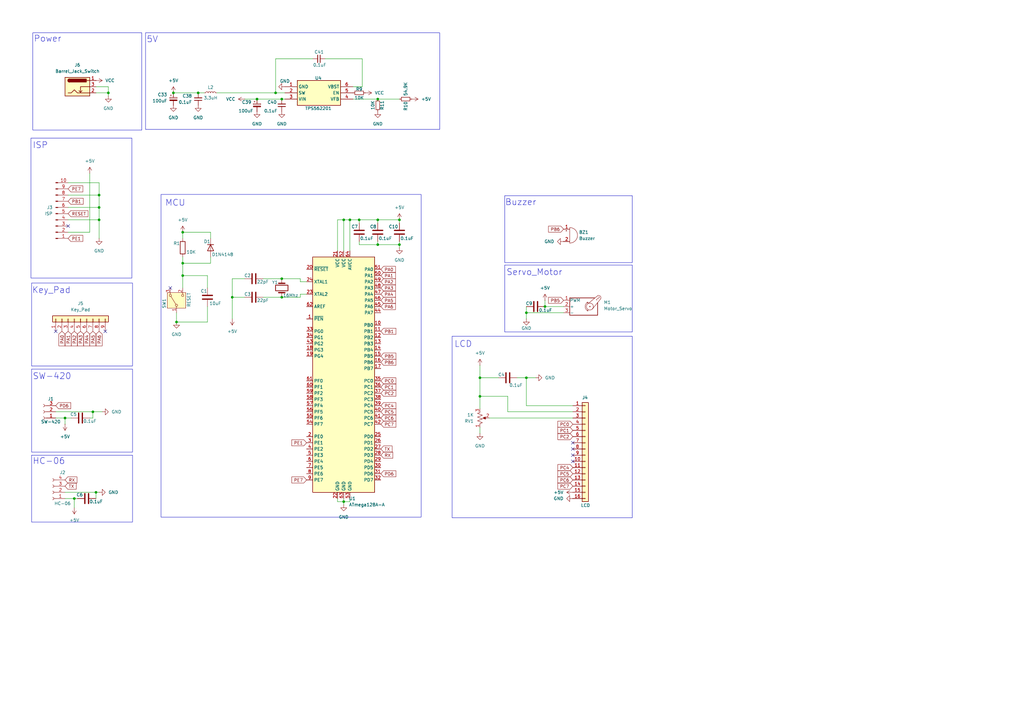
<source format=kicad_sch>
(kicad_sch (version 20250114) (generator "eeschema") (generator_version "9.0")
  (paper "A3")
  (lib_symbols
    (symbol "Connector:Barrel_Jack_Switch" (pin_names (hide yes))
      (property "Reference" "J" (at 0 5.334 0))
      (property "Value" "Barrel_Jack_Switch" (at 0 -5.08 0))
      (symbol "Barrel_Jack_Switch_1_1"
        (pin passive line (at 7.62 2.54 180) (length 2.54) (name "~") (number "1"))
        (pin passive line (at 7.62 0 180) (length 2.54) (name "~") (number "3"))
        (pin passive line (at 7.62 -2.54 180) (length 2.54) (name "~") (number "2"))
      )
    )
    (symbol "Connector:Conn_01x03_Socket" (pin_names (offset 1.016) (hide yes))
      (property "Reference" "J" (at 0 5.08 0))
      (property "Value" "Conn_01x03_Socket" (at 0 -5.08 0))
      (symbol "Conn_01x03_Socket_1_1"
        (pin passive line (at -5.08 2.54 0) (length 3.81) (name "Pin_1") (number "1"))
        (pin passive line (at -5.08 0 0) (length 3.81) (name "Pin_2") (number "2"))
        (pin passive line (at -5.08 -2.54 0) (length 3.81) (name "Pin_3") (number "3"))
      )
    )
    (symbol "Connector:Conn_01x04_Socket" (pin_names (offset 1.016) (hide yes))
      (property "Reference" "J" (at 0 5.08 0))
      (property "Value" "Conn_01x04_Socket" (at 0 -7.62 0))
      (symbol "Conn_01x04_Socket_1_1"
        (pin passive line (at -5.08 2.54 0) (length 3.81) (name "Pin_1") (number "1"))
        (pin passive line (at -5.08 0 0) (length 3.81) (name "Pin_2") (number "2"))
        (pin passive line (at -5.08 -2.54 0) (length 3.81) (name "Pin_3") (number "3"))
        (pin passive line (at -5.08 -5.08 0) (length 3.81) (name "Pin_4") (number "4"))
      )
    )
    (symbol "Connector:Conn_01x10_Pin" (pin_names (offset 1.016) (hide yes))
      (property "Reference" "J" (at 0 12.7 0))
      (property "Value" "Conn_01x10_Pin" (at 0 -15.24 0))
      (symbol "Conn_01x10_Pin_1_1"
        (pin passive line (at 5.08 10.16 180) (length 3.81) (name "Pin_1") (number "1"))
        (pin passive line (at 5.08 7.62 180) (length 3.81) (name "Pin_2") (number "2"))
        (pin passive line (at 5.08 5.08 180) (length 3.81) (name "Pin_3") (number "3"))
        (pin passive line (at 5.08 2.54 180) (length 3.81) (name "Pin_4") (number "4"))
        (pin passive line (at 5.08 0 180) (length 3.81) (name "Pin_5") (number "5"))
        (pin passive line (at 5.08 -2.54 180) (length 3.81) (name "Pin_6") (number "6"))
        (pin passive line (at 5.08 -5.08 180) (length 3.81) (name "Pin_7") (number "7"))
        (pin passive line (at 5.08 -7.62 180) (length 3.81) (name "Pin_8") (number "8"))
        (pin passive line (at 5.08 -10.16 180) (length 3.81) (name "Pin_9") (number "9"))
        (pin passive line (at 5.08 -12.7 180) (length 3.81) (name "Pin_10") (number "10"))
      )
    )
    (symbol "Connector_Generic:Conn_01x09" (pin_names (offset 1.016) (hide yes))
      (property "Reference" "J" (at 0 12.7 0))
      (property "Value" "Conn_01x09" (at 0 -12.7 0))
      (symbol "Conn_01x09_1_1"
        (pin passive line (at -5.08 10.16 0) (length 3.81) (name "Pin_1") (number "1"))
        (pin passive line (at -5.08 7.62 0) (length 3.81) (name "Pin_2") (number "2"))
        (pin passive line (at -5.08 5.08 0) (length 3.81) (name "Pin_3") (number "3"))
        (pin passive line (at -5.08 2.54 0) (length 3.81) (name "Pin_4") (number "4"))
        (pin passive line (at -5.08 0 0) (length 3.81) (name "Pin_5") (number "5"))
        (pin passive line (at -5.08 -2.54 0) (length 3.81) (name "Pin_6") (number "6"))
        (pin passive line (at -5.08 -5.08 0) (length 3.81) (name "Pin_7") (number "7"))
        (pin passive line (at -5.08 -7.62 0) (length 3.81) (name "Pin_8") (number "8"))
        (pin passive line (at -5.08 -10.16 0) (length 3.81) (name "Pin_9") (number "9"))
      )
    )
    (symbol "Connector_Generic:Conn_01x16" (pin_names (offset 1.016) (hide yes))
      (property "Reference" "J" (at 0 20.32 0))
      (property "Value" "Conn_01x16" (at 0 -22.86 0))
      (symbol "Conn_01x16_1_1"
        (pin passive line (at -5.08 17.78 0) (length 3.81) (name "Pin_1") (number "1"))
        (pin passive line (at -5.08 15.24 0) (length 3.81) (name "Pin_2") (number "2"))
        (pin passive line (at -5.08 12.7 0) (length 3.81) (name "Pin_3") (number "3"))
        (pin passive line (at -5.08 10.16 0) (length 3.81) (name "Pin_4") (number "4"))
        (pin passive line (at -5.08 7.62 0) (length 3.81) (name "Pin_5") (number "5"))
        (pin passive line (at -5.08 5.08 0) (length 3.81) (name "Pin_6") (number "6"))
        (pin passive line (at -5.08 2.54 0) (length 3.81) (name "Pin_7") (number "7"))
        (pin passive line (at -5.08 0 0) (length 3.81) (name "Pin_8") (number "8"))
        (pin passive line (at -5.08 -2.54 0) (length 3.81) (name "Pin_9") (number "9"))
        (pin passive line (at -5.08 -5.08 0) (length 3.81) (name "Pin_10") (number "10"))
        (pin passive line (at -5.08 -7.62 0) (length 3.81) (name "Pin_11") (number "11"))
        (pin passive line (at -5.08 -10.16 0) (length 3.81) (name "Pin_12") (number "12"))
        (pin passive line (at -5.08 -12.7 0) (length 3.81) (name "Pin_13") (number "13"))
        (pin passive line (at -5.08 -15.24 0) (length 3.81) (name "Pin_14") (number "14"))
        (pin passive line (at -5.08 -17.78 0) (length 3.81) (name "Pin_15") (number "15"))
        (pin passive line (at -5.08 -20.32 0) (length 3.81) (name "Pin_16") (number "16"))
      )
    )
    (symbol "Device:Buzzer" (pin_names (offset 0.0254) (hide yes))
      (property "Reference" "BZ" (at 3.81 1.27 0))
      (property "Value" "Buzzer" (at 3.81 -1.27 0))
      (symbol "Buzzer_1_1"
        (pin passive line (at -2.54 2.54 0) (length 2.54) (name "+") (number "1"))
        (pin passive line (at -2.54 -2.54 0) (length 2.54) (name "-") (number "2"))
      )
    )
    (symbol "Device:C" (pin_numbers (hide yes)) (pin_names (offset 0.254))
      (property "Reference" "C" (at 0.635 2.54 0))
      (property "Value" "C" (at 0.635 -2.54 0))
      (symbol "C_1_1"
        (pin passive line (at 0 3.81 270) (length 2.794) (name "~") (number "1"))
        (pin passive line (at 0 -3.81 90) (length 2.794) (name "~") (number "2"))
      )
    )
    (symbol "Device:C_Polarized_Small" (pin_numbers (hide yes)) (pin_names (offset 0.254) (hide yes))
      (property "Reference" "C" (at 0.254 1.778 0))
      (property "Value" "C_Polarized_Small" (at 0.254 -2.032 0))
      (symbol "C_Polarized_Small_1_1"
        (pin passive line (at 0 2.54 270) (length 1.8542) (name "~") (number "1"))
        (pin passive line (at 0 -2.54 90) (length 1.8542) (name "~") (number "2"))
      )
    )
    (symbol "Device:C_Small" (pin_numbers (hide yes)) (pin_names (offset 0.254) (hide yes))
      (property "Reference" "C" (at 0.254 1.778 0))
      (property "Value" "C_Small" (at 0.254 -2.032 0))
      (symbol "C_Small_1_1"
        (pin passive line (at 0 2.54 270) (length 2.032) (name "~") (number "1"))
        (pin passive line (at 0 -2.54 90) (length 2.032) (name "~") (number "2"))
      )
    )
    (symbol "Device:Crystal" (pin_numbers (hide yes)) (pin_names (offset 1.016) (hide yes))
      (property "Reference" "Y" (at 0 3.81 0))
      (property "Value" "Crystal" (at 0 -3.81 0))
      (symbol "Crystal_1_1"
        (pin passive line (at -3.81 0 0) (length 1.27) (name "1") (number "1"))
        (pin passive line (at 3.81 0 180) (length 1.27) (name "2") (number "2"))
      )
    )
    (symbol "Device:D" (pin_numbers (hide yes)) (pin_names (offset 1.016) (hide yes))
      (property "Reference" "D" (at 0 2.54 0))
      (property "Value" "D" (at 0 -2.54 0))
      (symbol "D_1_1"
        (pin passive line (at -3.81 0 0) (length 2.54) (name "K") (number "1"))
        (pin passive line (at 3.81 0 180) (length 2.54) (name "A") (number "2"))
      )
    )
    (symbol "Device:L_Small" (pin_numbers (hide yes)) (pin_names (offset 0.254) (hide yes))
      (property "Reference" "L" (at 0.762 1.016 0))
      (property "Value" "L_Small" (at 0.762 -1.016 0))
      (symbol "L_Small_1_1"
        (pin passive line (at 0 2.54 270) (length 0.508) (name "~") (number "1"))
        (pin passive line (at 0 -2.54 90) (length 0.508) (name "~") (number "2"))
      )
    )
    (symbol "Device:R" (pin_numbers (hide yes)) (pin_names (offset 0))
      (property "Reference" "R" (at 2.032 0 90))
      (property "Value" "R" (at 0 0 90))
      (symbol "R_1_1"
        (pin passive line (at 0 3.81 270) (length 1.27) (name "~") (number "1"))
        (pin passive line (at 0 -3.81 90) (length 1.27) (name "~") (number "2"))
      )
    )
    (symbol "Device:R_Potentiometer_US" (pin_names (offset 1.016) (hide yes))
      (property "Reference" "RV" (at -4.445 0 90))
      (property "Value" "R_Potentiometer_US" (at -2.54 0 90))
      (symbol "R_Potentiometer_US_1_1"
        (pin passive line (at 0 3.81 270) (length 1.27) (name "1") (number "1"))
        (pin passive line (at 0 -3.81 90) (length 1.27) (name "3") (number "3"))
        (pin passive line (at 3.81 0 180) (length 1.27) (name "2") (number "2"))
      )
    )
    (symbol "Device:R_Small" (pin_numbers (hide yes)) (pin_names (offset 0.254) (hide yes))
      (property "Reference" "R" (at 0.762 0.508 0))
      (property "Value" "R_Small" (at 0.762 -1.016 0))
      (symbol "R_Small_1_1"
        (pin passive line (at 0 2.54 270) (length 0.762) (name "~") (number "1"))
        (pin passive line (at 0 -2.54 90) (length 0.762) (name "~") (number "2"))
      )
    )
    (symbol "MCU_Microchip_ATmega:ATmega128A-A"
      (property "Reference" "U1" (at 2.1433 -50.8 0))
      (property "Value" "ATmega128A-A" (at 2.1433 -53.34 0))
      (symbol "ATmega128A-A_1_1"
        (pin input line (at -15.24 43.18 0) (length 2.54) (name "~{RESET}") (number "20"))
        (pin input line (at -15.24 38.1 0) (length 2.54) (name "XTAL1") (number "24"))
        (pin output line (at -15.24 33.02 0) (length 2.54) (name "XTAL2") (number "23"))
        (pin passive line (at -15.24 27.94 0) (length 2.54) (name "AREF") (number "62"))
        (pin input line (at -15.24 22.86 0) (length 2.54) (name "~{PEN}") (number "1"))
        (pin bidirectional line (at -15.24 17.78 0) (length 2.54) (name "PG0") (number "33"))
        (pin bidirectional line (at -15.24 15.24 0) (length 2.54) (name "PG1") (number "34"))
        (pin bidirectional line (at -15.24 12.7 0) (length 2.54) (name "PG2") (number "43"))
        (pin bidirectional line (at -15.24 10.16 0) (length 2.54) (name "PG3") (number "18"))
        (pin bidirectional line (at -15.24 7.62 0) (length 2.54) (name "PG4") (number "19"))
        (pin bidirectional line (at -15.24 -2.54 0) (length 2.54) (name "PF0") (number "61"))
        (pin bidirectional line (at -15.24 -5.08 0) (length 2.54) (name "PF1") (number "60"))
        (pin bidirectional line (at -15.24 -7.62 0) (length 2.54) (name "PF2") (number "59"))
        (pin bidirectional line (at -15.24 -10.16 0) (length 2.54) (name "PF3") (number "58"))
        (pin bidirectional line (at -15.24 -12.7 0) (length 2.54) (name "PF4") (number "57"))
        (pin bidirectional line (at -15.24 -15.24 0) (length 2.54) (name "PF5") (number "56"))
        (pin bidirectional line (at -15.24 -17.78 0) (length 2.54) (name "PF6") (number "55"))
        (pin bidirectional line (at -15.24 -20.32 0) (length 2.54) (name "PF7") (number "54"))
        (pin bidirectional line (at -15.24 -25.4 0) (length 2.54) (name "PE0") (number "2"))
        (pin bidirectional line (at -15.24 -27.94 0) (length 2.54) (name "PE1") (number "3"))
        (pin bidirectional line (at -15.24 -30.48 0) (length 2.54) (name "PE2") (number "4"))
        (pin bidirectional line (at -15.24 -33.02 0) (length 2.54) (name "PE3") (number "5"))
        (pin bidirectional line (at -15.24 -35.56 0) (length 2.54) (name "PE4") (number "6"))
        (pin bidirectional line (at -15.24 -38.1 0) (length 2.54) (name "PE5") (number "7"))
        (pin bidirectional line (at -15.24 -40.64 0) (length 2.54) (name "PE6") (number "8"))
        (pin bidirectional line (at -15.24 -43.18 0) (length 2.54) (name "PE7") (number "9"))
        (pin power_in line (at -2.54 50.8 270) (length 2.54) (name "VCC") (number "21"))
        (pin power_in line (at -2.54 -50.8 90) (length 2.54) (name "GND") (number "22"))
        (pin power_in line (at 0 50.8 270) (length 2.54) (name "VCC") (number "52"))
        (pin power_in line (at 0 -50.8 90) (length 2.54) (name "GND") (number "63"))
        (pin power_in line (at 2.54 50.8 270) (length 2.54) (name "AVCC") (number "64"))
        (pin power_in line (at 2.54 -50.8 90) (length 2.54) (name "GND") (number "53"))
        (pin bidirectional line (at 15.24 43.18 180) (length 2.54) (name "PA0") (number "51"))
        (pin bidirectional line (at 15.24 40.64 180) (length 2.54) (name "PA1") (number "50"))
        (pin bidirectional line (at 15.24 38.1 180) (length 2.54) (name "PA2") (number "49"))
        (pin bidirectional line (at 15.24 35.56 180) (length 2.54) (name "PA3") (number "48"))
        (pin bidirectional line (at 15.24 33.02 180) (length 2.54) (name "PA4") (number "47"))
        (pin bidirectional line (at 15.24 30.48 180) (length 2.54) (name "PA5") (number "46"))
        (pin bidirectional line (at 15.24 27.94 180) (length 2.54) (name "PA6") (number "45"))
        (pin bidirectional line (at 15.24 25.4 180) (length 2.54) (name "PA7") (number "44"))
        (pin bidirectional line (at 15.24 20.32 180) (length 2.54) (name "PB0") (number "10"))
        (pin bidirectional line (at 15.24 17.78 180) (length 2.54) (name "PB1") (number "11"))
        (pin bidirectional line (at 15.24 15.24 180) (length 2.54) (name "PB2") (number "12"))
        (pin bidirectional line (at 15.24 12.7 180) (length 2.54) (name "PB3") (number "13"))
        (pin bidirectional line (at 15.24 10.16 180) (length 2.54) (name "PB4") (number "14"))
        (pin bidirectional line (at 15.24 7.62 180) (length 2.54) (name "PB5") (number "15"))
        (pin bidirectional line (at 15.24 5.08 180) (length 2.54) (name "PB6") (number "16"))
        (pin bidirectional line (at 15.24 2.54 180) (length 2.54) (name "PB7") (number "17"))
        (pin bidirectional line (at 15.24 -2.54 180) (length 2.54) (name "PC0") (number "35"))
        (pin bidirectional line (at 15.24 -5.08 180) (length 2.54) (name "PC1") (number "36"))
        (pin bidirectional line (at 15.24 -7.62 180) (length 2.54) (name "PC2") (number "37"))
        (pin bidirectional line (at 15.24 -10.16 180) (length 2.54) (name "PC3") (number "38"))
        (pin bidirectional line (at 15.24 -12.7 180) (length 2.54) (name "PC4") (number "39"))
        (pin bidirectional line (at 15.24 -15.24 180) (length 2.54) (name "PC5") (number "40"))
        (pin bidirectional line (at 15.24 -17.78 180) (length 2.54) (name "PC6") (number "41"))
        (pin bidirectional line (at 15.24 -20.32 180) (length 2.54) (name "PC7") (number "42"))
        (pin bidirectional line (at 15.24 -25.4 180) (length 2.54) (name "PD0") (number "25"))
        (pin bidirectional line (at 15.24 -27.94 180) (length 2.54) (name "PD1") (number "26"))
        (pin bidirectional line (at 15.24 -30.48 180) (length 2.54) (name "PD2") (number "27"))
        (pin bidirectional line (at 15.24 -33.02 180) (length 2.54) (name "PD3") (number "28"))
        (pin bidirectional line (at 15.24 -35.56 180) (length 2.54) (name "PD4") (number "29"))
        (pin bidirectional line (at 15.24 -38.1 180) (length 2.54) (name "PD5") (number "30"))
        (pin bidirectional line (at 15.24 -40.64 180) (length 2.54) (name "PD6") (number "31"))
        (pin bidirectional line (at 15.24 -43.18 180) (length 2.54) (name "PD7") (number "32"))
      )
    )
    (symbol "Motor:Motor_Servo" (pin_names (offset 0.0254))
      (property "Reference" "M" (at -5.08 4.445 0))
      (property "Value" "Motor_Servo" (at -5.08 -4.064 0))
      (symbol "Motor_Servo_1_1"
        (pin passive line (at -7.62 2.54 0) (length 2.54) (name "PWM") (number "1"))
        (pin passive line (at -7.62 0 0) (length 2.54) (name "+") (number "2"))
        (pin passive line (at -7.62 -2.54 0) (length 2.54) (name "-") (number "3"))
      )
    )
    (symbol "Switch:SW_SPDT_312" (pin_names (offset 1) (hide yes))
      (property "Reference" "SW" (at 0 5.08 0))
      (property "Value" "SW_SPDT_312" (at 0 -5.08 0))
      (symbol "SW_SPDT_312_1_1"
        (pin passive line (at -5.08 0 0) (length 2.54) (name "B") (number "1"))
        (pin passive line (at 5.08 2.54 180) (length 2.54) (name "A") (number "3"))
        (pin passive line (at 5.08 -2.54 180) (length 2.54) (name "C") (number "2"))
      )
    )
    (symbol "TPS562201DDCR:TPS562201DDCR"
      (property "Reference" "IC" (at 4.826 4.318 0))
      (property "Value" "TPS562201DDCR" (at 6.35 -8.382 0))
      (symbol "TPS562201DDCR_1_1"
        (pin passive line (at 0 0 0) (length 5.08) (name "GND") (number "1"))
        (pin passive line (at 0 -2.54 0) (length 5.08) (name "SW") (number "2"))
        (pin passive line (at 0 -5.08 0) (length 5.08) (name "VIN") (number "3"))
        (pin passive line (at 27.94 0 180) (length 5.08) (name "VBST") (number "6"))
        (pin passive line (at 27.94 -2.54 180) (length 5.08) (name "EN") (number "5"))
        (pin passive line (at 27.94 -5.08 180) (length 5.08) (name "VFB") (number "4"))
      )
    )
    (symbol "power:+3.3V" (power) (pin_numbers (hide yes)) (pin_names (offset 0) (hide yes))
      (property "Value" "+3.3V" (at 0 3.556 0))
      (symbol "+3.3V_1_1"
        (pin power_in line (at 0 0 90) (length 0) (name "~") (number "1"))
      )
    )
    (symbol "power:+5V" (power) (pin_numbers (hide yes)) (pin_names (offset 0) (hide yes))
      (property "Value" "+5V" (at 0 3.556 0))
      (symbol "+5V_1_1"
        (pin power_in line (at 0 0 90) (length 0) (name "~") (number "1"))
      )
    )
    (symbol "power:GND" (power) (pin_numbers (hide yes)) (pin_names (offset 0) (hide yes))
      (property "Value" "GND" (at 0 -3.81 0))
      (symbol "GND_1_1"
        (pin power_in line (at 0 0 270) (length 0) (name "~") (number "1"))
      )
    )
    (symbol "power:VCC" (power) (pin_numbers (hide yes)) (pin_names (offset 0) (hide yes))
      (property "Value" "VCC" (at 0 3.556 0))
      (symbol "VCC_1_1"
        (pin power_in line (at 0 0 90) (length 0) (name "~") (number "1"))
      )
    )
  )
  (rectangle (start 207.01 80.264) (end 259.334 107.696))
  (rectangle (start 13.462 13.462) (end 58.166 53.34))
  (rectangle (start 207.01 108.712) (end 259.334 136.144))
  (rectangle (start 12.954 116.078) (end 54.356 150.114))
  (rectangle (start 12.7 56.642) (end 54.102 114.046))
  (rectangle (start 12.954 186.69) (end 54.356 214.122))
  (rectangle (start 12.954 151.384) (end 54.356 185.42))
  (rectangle (start 59.69 13.462) (end 180.34 53.086))
  (rectangle (start 185.42 137.922) (end 259.334 212.344))
  (rectangle (start 66.04 79.756) (end 172.72 212.09))
  (text "Buzzer\n" (at 213.614 83.058 0) (effects (font (size 2.54 2.54))))
  (text "ISP\n" (at 16.51 59.69 0) (effects (font (size 2.54 2.54))))
  (text "HC-06\n" (at 20.066 189.23 0) (effects (font (size 2.54 2.54))))
  (text "5V" (at 62.484 16.256 0) (effects (font (size 2.54 2.54))))
  (text "Servo_Motor" (at 219.202 111.76 0) (effects (font (size 2.54 2.54))))
  (text "LCD" (at 189.992 141.224 0) (effects (font (size 2.54 2.54))))
  (text "Power" (at 19.558 16.002 0) (effects (font (size 2.54 2.54))))
  (text "MCU" (at 71.882 83.312 0) (effects (font (size 2.54 2.54))))
  (text "SW-420\n" (at 21.336 154.432 0) (effects (font (size 2.54 2.54))))
  (text "Key_Pad\n" (at 21.082 119.126 0) (effects (font (size 2.54 2.54))))
  (junction (at 196.85 162.56))
  (junction (at 163.83 100.33))
  (junction (at 163.83 90.17))
  (junction (at 215.9 154.94))
  (junction (at 40.64 90.17))
  (junction (at 115.57 114.3))
  (junction (at 115.57 40.64))
  (junction (at 140.97 205.74))
  (junction (at 40.64 80.01))
  (junction (at 71.12 38.1))
  (junction (at 147.32 90.17))
  (junction (at 154.94 90.17))
  (junction (at 196.85 154.94))
  (junction (at 74.93 107.95))
  (junction (at 223.52 125.73))
  (junction (at 39.37 201.93))
  (junction (at 72.39 132.08))
  (junction (at 81.28 38.1))
  (junction (at 26.67 171.45))
  (junction (at 38.1 168.91))
  (junction (at 74.93 95.25))
  (junction (at 215.9 128.27))
  (junction (at 140.97 90.17))
  (junction (at 115.57 121.92))
  (junction (at 74.93 113.03))
  (junction (at 143.51 90.17))
  (junction (at 154.94 40.64))
  (junction (at 105.41 40.64))
  (junction (at 40.64 85.09))
  (junction (at 95.25 121.92))
  (junction (at 113.03 38.1))
  (junction (at 154.94 100.33))
  (junction (at 30.48 204.47))
  (junction (at 44.45 38.1))
  (no_connect (at 22.86 135.89))
  (no_connect (at 27.94 92.71))
  (no_connect (at 69.85 118.11))
  (no_connect (at 234.95 186.69))
  (no_connect (at 234.95 181.61))
  (no_connect (at 43.18 135.89))
  (no_connect (at 234.95 184.15))
  (no_connect (at 234.95 189.23))
  (wire (pts (xy 234.95 171.45) (xy 200.66 171.45)))
  (wire (pts (xy 74.93 107.95) (xy 74.93 105.41)))
  (wire (pts (xy 215.9 154.94) (xy 212.09 154.94)))
  (wire (pts (xy 22.86 168.91) (xy 38.1 168.91)))
  (wire (pts (xy 39.37 201.93) (xy 39.37 204.47)))
  (wire (pts (xy 85.09 132.08) (xy 72.39 132.08)))
  (wire (pts (xy 123.19 120.65) (xy 123.19 121.92)))
  (wire (pts (xy 40.64 85.09) (xy 40.64 90.17)))
  (wire (pts (xy 95.25 121.92) (xy 100.33 121.92)))
  (wire (pts (xy 147.32 90.17) (xy 154.94 90.17)))
  (wire (pts (xy 215.9 125.73) (xy 215.9 128.27)))
  (wire (pts (xy 88.9 38.1) (xy 113.03 38.1)))
  (wire (pts (xy 71.12 38.1) (xy 81.28 38.1)))
  (wire (pts (xy 40.64 201.93) (xy 39.37 201.93)))
  (wire (pts (xy 138.43 90.17) (xy 140.97 90.17)))
  (wire (pts (xy 44.45 38.1) (xy 44.45 39.37)))
  (wire (pts (xy 125.73 115.57) (xy 123.19 115.57)))
  (wire (pts (xy 113.03 24.13) (xy 113.03 38.1)))
  (wire (pts (xy 26.67 171.45) (xy 22.86 171.45)))
  (wire (pts (xy 143.51 90.17) (xy 147.32 90.17)))
  (wire (pts (xy 196.85 149.86) (xy 196.85 154.94)))
  (wire (pts (xy 144.78 35.56) (xy 148.59 35.56)))
  (wire (pts (xy 39.37 201.93) (xy 26.67 201.93)))
  (wire (pts (xy 30.48 208.28) (xy 30.48 204.47)))
  (wire (pts (xy 148.59 35.56) (xy 148.59 24.13)))
  (wire (pts (xy 215.9 128.27) (xy 231.14 128.27)))
  (wire (pts (xy 39.37 38.1) (xy 44.45 38.1)))
  (wire (pts (xy 27.94 85.09) (xy 40.64 85.09)))
  (wire (pts (xy 219.71 154.94) (xy 215.9 154.94)))
  (wire (pts (xy 163.83 90.17) (xy 163.83 91.44)))
  (wire (pts (xy 196.85 162.56) (xy 196.85 167.64)))
  (wire (pts (xy 85.09 118.11) (xy 85.09 113.03)))
  (wire (pts (xy 123.19 115.57) (xy 123.19 114.3)))
  (wire (pts (xy 86.36 105.41) (xy 86.36 107.95)))
  (wire (pts (xy 30.48 204.47) (xy 26.67 204.47)))
  (wire (pts (xy 95.25 114.3) (xy 95.25 121.92)))
  (wire (pts (xy 143.51 205.74) (xy 140.97 205.74)))
  (wire (pts (xy 81.28 38.1) (xy 83.82 38.1)))
  (wire (pts (xy 147.32 90.17) (xy 147.32 91.44)))
  (wire (pts (xy 27.94 95.25) (xy 36.83 95.25)))
  (wire (pts (xy 38.1 171.45) (xy 36.83 171.45)))
  (wire (pts (xy 27.94 90.17) (xy 40.64 90.17)))
  (wire (pts (xy 72.39 132.08) (xy 72.39 128.27)))
  (wire (pts (xy 44.45 35.56) (xy 44.45 38.1)))
  (wire (pts (xy 208.28 168.91) (xy 208.28 162.56)))
  (wire (pts (xy 40.64 90.17) (xy 40.64 97.79)))
  (wire (pts (xy 196.85 175.26) (xy 196.85 177.8)))
  (wire (pts (xy 140.97 90.17) (xy 143.51 90.17)))
  (wire (pts (xy 27.94 80.01) (xy 40.64 80.01)))
  (wire (pts (xy 234.95 168.91) (xy 208.28 168.91)))
  (wire (pts (xy 86.36 107.95) (xy 74.93 107.95)))
  (wire (pts (xy 215.9 130.81) (xy 215.9 128.27)))
  (wire (pts (xy 147.32 100.33) (xy 154.94 100.33)))
  (wire (pts (xy 85.09 125.73) (xy 85.09 132.08)))
  (wire (pts (xy 138.43 102.87) (xy 138.43 90.17)))
  (wire (pts (xy 163.83 99.06) (xy 163.83 100.33)))
  (wire (pts (xy 26.67 173.99) (xy 26.67 171.45)))
  (wire (pts (xy 27.94 74.93) (xy 40.64 74.93)))
  (wire (pts (xy 138.43 204.47) (xy 138.43 205.74)))
  (wire (pts (xy 113.03 38.1) (xy 116.84 38.1)))
  (wire (pts (xy 154.94 90.17) (xy 154.94 91.44)))
  (wire (pts (xy 74.93 97.79) (xy 74.93 95.25)))
  (wire (pts (xy 115.57 40.64) (xy 116.84 40.64)))
  (wire (pts (xy 140.97 102.87) (xy 140.97 90.17)))
  (wire (pts (xy 74.93 95.25) (xy 86.36 95.25)))
  (wire (pts (xy 100.33 40.64) (xy 105.41 40.64)))
  (wire (pts (xy 29.21 171.45) (xy 26.67 171.45)))
  (wire (pts (xy 196.85 154.94) (xy 204.47 154.94)))
  (wire (pts (xy 143.51 90.17) (xy 143.51 102.87)))
  (wire (pts (xy 105.41 40.64) (xy 115.57 40.64)))
  (wire (pts (xy 208.28 162.56) (xy 196.85 162.56)))
  (wire (pts (xy 123.19 114.3) (xy 115.57 114.3)))
  (wire (pts (xy 143.51 204.47) (xy 143.51 205.74)))
  (wire (pts (xy 40.64 74.93) (xy 40.64 80.01)))
  (wire (pts (xy 154.94 100.33) (xy 163.83 100.33)))
  (wire (pts (xy 223.52 125.73) (xy 231.14 125.73)))
  (wire (pts (xy 74.93 113.03) (xy 85.09 113.03)))
  (wire (pts (xy 215.9 166.37) (xy 215.9 154.94)))
  (wire (pts (xy 30.48 204.47) (xy 31.75 204.47)))
  (wire (pts (xy 100.33 114.3) (xy 95.25 114.3)))
  (wire (pts (xy 140.97 205.74) (xy 140.97 204.47)))
  (wire (pts (xy 38.1 168.91) (xy 41.91 168.91)))
  (wire (pts (xy 154.94 40.64) (xy 144.78 40.64)))
  (wire (pts (xy 138.43 205.74) (xy 140.97 205.74)))
  (wire (pts (xy 125.73 120.65) (xy 123.19 120.65)))
  (wire (pts (xy 128.27 24.13) (xy 113.03 24.13)))
  (wire (pts (xy 107.95 121.92) (xy 115.57 121.92)))
  (wire (pts (xy 39.37 35.56) (xy 44.45 35.56)))
  (wire (pts (xy 196.85 154.94) (xy 196.85 162.56)))
  (wire (pts (xy 147.32 100.33) (xy 147.32 99.06)))
  (wire (pts (xy 140.97 207.01) (xy 140.97 205.74)))
  (wire (pts (xy 163.83 40.64) (xy 154.94 40.64)))
  (wire (pts (xy 36.83 95.25) (xy 36.83 71.12)))
  (wire (pts (xy 148.59 24.13) (xy 133.35 24.13)))
  (wire (pts (xy 74.93 107.95) (xy 74.93 113.03)))
  (wire (pts (xy 163.83 101.6) (xy 163.83 100.33)))
  (wire (pts (xy 234.95 166.37) (xy 215.9 166.37)))
  (wire (pts (xy 154.94 90.17) (xy 163.83 90.17)))
  (wire (pts (xy 123.19 121.92) (xy 115.57 121.92)))
  (wire (pts (xy 38.1 168.91) (xy 38.1 171.45)))
  (wire (pts (xy 74.93 113.03) (xy 74.93 118.11)))
  (wire (pts (xy 40.64 80.01) (xy 40.64 85.09)))
  (wire (pts (xy 95.25 121.92) (xy 95.25 130.81)))
  (wire (pts (xy 86.36 95.25) (xy 86.36 97.79)))
  (wire (pts (xy 107.95 114.3) (xy 115.57 114.3)))
  (wire (pts (xy 154.94 99.06) (xy 154.94 100.33)))
  (wire (pts (xy 223.52 123.19) (xy 223.52 125.73)))
  (global_label "PC1" (shape input) (at 234.95 176.53 180) (property "Intersheetrefs" "${INTERSHEET_REFS}" (effects (hide yes))))
  (global_label "PA3" (shape input) (at 33.02 135.89 270) (property "Intersheetrefs" "${INTERSHEET_REFS}" (effects (hide yes))))
  (global_label "PC1" (shape input) (at 156.21 158.75 0) (property "Intersheetrefs" "${INTERSHEET_REFS}" (effects (hide yes))))
  (global_label "PE7" (shape input) (at 27.94 77.47 0) (property "Intersheetrefs" "${INTERSHEET_REFS}" (effects (hide yes))))
  (global_label "PC2" (shape input) (at 156.21 161.29 0) (property "Intersheetrefs" "${INTERSHEET_REFS}" (effects (hide yes))))
  (global_label "PC0" (shape input) (at 234.95 173.99 180) (property "Intersheetrefs" "${INTERSHEET_REFS}" (effects (hide yes))))
  (global_label "PC5" (shape input) (at 234.95 194.31 180) (property "Intersheetrefs" "${INTERSHEET_REFS}" (effects (hide yes))))
  (global_label "PA1" (shape input) (at 27.94 135.89 270) (property "Intersheetrefs" "${INTERSHEET_REFS}" (effects (hide yes))))
  (global_label "PD6" (shape input) (at 156.21 194.31 0) (property "Intersheetrefs" "${INTERSHEET_REFS}" (effects (hide yes))))
  (global_label "PA3" (shape input) (at 156.21 118.11 0) (property "Intersheetrefs" "${INTERSHEET_REFS}" (effects (hide yes))))
  (global_label "PA0" (shape input) (at 25.4 135.89 270) (property "Intersheetrefs" "${INTERSHEET_REFS}" (effects (hide yes))))
  (global_label "PE7" (shape input) (at 125.73 196.85 180) (property "Intersheetrefs" "${INTERSHEET_REFS}" (effects (hide yes))))
  (global_label "PA4" (shape input) (at 35.56 135.89 270) (property "Intersheetrefs" "${INTERSHEET_REFS}" (effects (hide yes))))
  (global_label "PA1" (shape input) (at 156.21 113.03 0) (property "Intersheetrefs" "${INTERSHEET_REFS}" (effects (hide yes))))
  (global_label "PA6" (shape input) (at 40.64 135.89 270) (property "Intersheetrefs" "${INTERSHEET_REFS}" (effects (hide yes))))
  (global_label "PC6" (shape input) (at 156.21 171.45 0) (property "Intersheetrefs" "${INTERSHEET_REFS}" (effects (hide yes))))
  (global_label "PC4" (shape input) (at 234.95 191.77 180) (property "Intersheetrefs" "${INTERSHEET_REFS}" (effects (hide yes))))
  (global_label "PC7" (shape input) (at 156.21 173.99 0) (property "Intersheetrefs" "${INTERSHEET_REFS}" (effects (hide yes))))
  (global_label "PB1" (shape input) (at 27.94 82.55 0) (property "Intersheetrefs" "${INTERSHEET_REFS}" (effects (hide yes))))
  (global_label "PB6" (shape input) (at 231.14 93.98 180) (property "Intersheetrefs" "${INTERSHEET_REFS}" (effects (hide yes))))
  (global_label "PA6" (shape input) (at 156.21 125.73 0) (property "Intersheetrefs" "${INTERSHEET_REFS}" (effects (hide yes))))
  (global_label "PB5" (shape input) (at 156.21 146.05 0) (property "Intersheetrefs" "${INTERSHEET_REFS}" (effects (hide yes))))
  (global_label "PA5" (shape input) (at 38.1 135.89 270) (property "Intersheetrefs" "${INTERSHEET_REFS}" (effects (hide yes))))
  (global_label "PA4" (shape input) (at 156.21 120.65 0) (property "Intersheetrefs" "${INTERSHEET_REFS}" (effects (hide yes))))
  (global_label "PC6" (shape input) (at 234.95 196.85 180) (property "Intersheetrefs" "${INTERSHEET_REFS}" (effects (hide yes))))
  (global_label "PA0" (shape input) (at 156.21 110.49 0) (property "Intersheetrefs" "${INTERSHEET_REFS}" (effects (hide yes))))
  (global_label "PA2" (shape input) (at 30.48 135.89 270) (property "Intersheetrefs" "${INTERSHEET_REFS}" (effects (hide yes))))
  (global_label "PA2" (shape input) (at 156.21 115.57 0) (property "Intersheetrefs" "${INTERSHEET_REFS}" (effects (hide yes))))
  (global_label "PC0" (shape input) (at 156.21 156.21 0) (property "Intersheetrefs" "${INTERSHEET_REFS}" (effects (hide yes))))
  (global_label "TX" (shape input) (at 156.21 184.15 0) (property "Intersheetrefs" "${INTERSHEET_REFS}" (effects (hide yes))))
  (global_label "RX" (shape input) (at 26.67 196.85 0) (property "Intersheetrefs" "${INTERSHEET_REFS}" (effects (hide yes))))
  (global_label "PB6" (shape input) (at 156.21 148.59 0) (property "Intersheetrefs" "${INTERSHEET_REFS}" (effects (hide yes))))
  (global_label "PC7" (shape input) (at 234.95 199.39 180) (property "Intersheetrefs" "${INTERSHEET_REFS}" (effects (hide yes))))
  (global_label "PD6" (shape input) (at 22.86 166.37 0) (property "Intersheetrefs" "${INTERSHEET_REFS}" (effects (hide yes))))
  (global_label "PB5" (shape input) (at 231.14 123.19 180) (property "Intersheetrefs" "${INTERSHEET_REFS}" (effects (hide yes))))
  (global_label "TX" (shape input) (at 26.67 199.39 0) (property "Intersheetrefs" "${INTERSHEET_REFS}" (effects (hide yes))))
  (global_label "PC5" (shape input) (at 156.21 168.91 0) (property "Intersheetrefs" "${INTERSHEET_REFS}" (effects (hide yes))))
  (global_label "PC2" (shape input) (at 234.95 179.07 180) (property "Intersheetrefs" "${INTERSHEET_REFS}" (effects (hide yes))))
  (global_label "PA5" (shape input) (at 156.21 123.19 0) (property "Intersheetrefs" "${INTERSHEET_REFS}" (effects (hide yes))))
  (global_label "PC4" (shape input) (at 156.21 166.37 0) (property "Intersheetrefs" "${INTERSHEET_REFS}" (effects (hide yes))))
  (global_label "RX" (shape input) (at 156.21 186.69 0) (property "Intersheetrefs" "${INTERSHEET_REFS}" (effects (hide yes))))
  (global_label "RESET" (shape input) (at 27.94 87.63 0) (property "Intersheetrefs" "${INTERSHEET_REFS}" (effects (hide yes))))
  (global_label "PE1" (shape input) (at 27.94 97.79 0) (property "Intersheetrefs" "${INTERSHEET_REFS}" (effects (hide yes))))
  (global_label "PE1" (shape input) (at 125.73 181.61 180) (property "Intersheetrefs" "${INTERSHEET_REFS}" (effects (hide yes))))
  (global_label "PB1" (shape input) (at 156.21 135.89 0) (property "Intersheetrefs" "${INTERSHEET_REFS}" (effects (hide yes))))
  (symbol (lib_id "power:GND") (at 163.83 101.6 0) (unit 1)
    (property "Reference" "#PWR04" (effects (hide yes)))
    (property "Value" "GND" (at 163.83 106.68 0))
    (property "Description" "Power symbol creates a global label with name \"GND\" , ground" (effects (hide yes)))
  )
  (symbol (lib_id "Device:C_Polarized_Small") (at 105.41 43.18 0) (unit 1)
    (property "Reference" "C39" (at 103.124 41.91 0) (effects (justify right)))
    (property "Value" "100uF" (at 103.886 45.466 0) (effects (justify right)))
    (property "Footprint" "Capacitor_SMD:CP_Elec_6.3x5.9" (effects (hide yes)))
    (property "Description" "Polarized capacitor, small symbol" (effects (hide yes)))
  )
  (symbol (lib_id "power:GND") (at 72.39 132.08 0) (unit 1)
    (property "Reference" "#PWR02" (effects (hide yes)))
    (property "Value" "GND" (at 72.39 137.16 0))
    (property "Description" "Power symbol creates a global label with name \"GND\" , ground" (effects (hide yes)))
  )
  (symbol (lib_id "Device:C") (at 85.09 121.92 0) (unit 1)
    (property "Reference" "C1" (at 82.296 119.38 0) (effects (justify left)))
    (property "Value" "10uF" (at 85.852 124.46 0) (effects (justify left)))
    (property "Footprint" "Capacitor_SMD:C_0805_2012Metric" (effects (hide yes)))
    (property "Description" "Unpolarized capacitor" (effects (hide yes)))
  )
  (symbol (lib_id "power:GND") (at 234.95 204.47 270) (unit 1)
    (property "Reference" "#PWR016" (effects (hide yes)))
    (property "Value" "GND" (at 231.14 204.4699 90) (effects (justify right)))
    (property "Description" "Power symbol creates a global label with name \"GND\" , ground" (effects (hide yes)))
  )
  (symbol (lib_id "power:VCC") (at 149.86 38.1 270) (unit 1)
    (property "Reference" "#PWR022" (effects (hide yes)))
    (property "Value" "VCC" (at 153.67 38.0999 90) (effects (justify left)))
    (property "Description" "Power symbol creates a global label with name \"VCC\"" (effects (hide yes)))
  )
  (symbol (lib_id "Device:L_Small") (at 86.36 38.1 270) (mirror x) (unit 1)
    (property "Reference" "L2" (at 86.36 35.814 90))
    (property "Value" "3.3uH" (at 86.36 40.132 90))
    (property "Footprint" "Inductor_SMD:L_0805_2012Metric" (effects (hide yes)))
    (property "Description" "Inductor, small symbol" (effects (hide yes)))
  )
  (symbol (lib_id "power:GND") (at 215.9 130.81 0) (unit 1)
    (property "Reference" "#PWR012" (effects (hide yes)))
    (property "Value" "GND" (at 215.9 134.62 0))
    (property "Description" "Power symbol creates a global label with name \"GND\" , ground" (effects (hide yes)))
  )
  (symbol (lib_id "power:+5V") (at 26.67 173.99 180) (unit 1)
    (property "Reference" "#PWR06" (effects (hide yes)))
    (property "Value" "+5V" (at 26.67 179.07 0))
    (property "Description" "Power symbol creates a global label with name \"+5V\"" (effects (hide yes)))
  )
  (symbol (lib_id "power:GND") (at 71.12 43.18 0) (unit 1)
    (property "Reference" "#PWR033" (effects (hide yes)))
    (property "Value" "GND" (at 71.12 48.26 0))
    (property "Description" "Power symbol creates a global label with name \"GND\" , ground" (effects (hide yes)))
  )
  (symbol (lib_id "Device:R_Small") (at 147.32 38.1 90) (unit 1)
    (property "Reference" "R9" (at 147.32 36.576 90))
    (property "Value" "10K" (at 147.32 40.132 90))
    (property "Footprint" "Resistor_SMD:R_0805_2012Metric" (effects (hide yes)))
    (property "Description" "Resistor, small symbol" (effects (hide yes)))
  )
  (symbol (lib_id "Device:R_Potentiometer_US") (at 196.85 171.45 0) (mirror x) (unit 1)
    (property "Reference" "RV1" (at 194.31 172.7201 0) (effects (justify right)))
    (property "Value" "1K" (at 194.31 170.1801 0) (effects (justify right)))
    (property "Footprint" "Potentiometer_THT:Potentiometer_Bourns_3386F_Vertical" (effects (hide yes)))
    (property "Description" "Potentiometer, US symbol" (effects (hide yes)))
  )
  (symbol (lib_id "Device:C") (at 104.14 114.3 90) (unit 1)
    (property "Reference" "C2" (at 102.87 113.03 90) (effects (justify left)))
    (property "Value" "22pF" (at 110.236 115.57 90) (effects (justify left)))
    (property "Footprint" "Capacitor_SMD:C_0805_2012Metric" (effects (hide yes)))
    (property "Description" "Unpolarized capacitor" (effects (hide yes)))
  )
  (symbol (lib_id "Device:C") (at 104.14 121.92 90) (unit 1)
    (property "Reference" "C3" (at 102.87 120.65 90) (effects (justify left)))
    (property "Value" "22pF" (at 110.236 123.19 90) (effects (justify left)))
    (property "Footprint" "Capacitor_SMD:C_0805_2012Metric" (effects (hide yes)))
    (property "Description" "Unpolarized capacitor" (effects (hide yes)))
  )
  (symbol (lib_id "Connector:Barrel_Jack_Switch") (at 31.75 35.56 0) (unit 1)
    (property "Reference" "J6" (at 31.75 26.67 0))
    (property "Value" "Barrel_Jack_Switch" (at 31.75 29.21 0))
    (property "Footprint" "Connector_BarrelJack:BarrelJack_GCT_DCJ200-10-A_Horizontal" (effects (hide yes)))
    (property "Description" "DC Barrel Jack with an internal switch" (effects (hide yes)))
  )
  (symbol (lib_id "power:+5V") (at 30.48 208.28 180) (unit 1)
    (property "Reference" "#PWR08" (effects (hide yes)))
    (property "Value" "+5V" (at 30.48 213.36 0))
    (property "Description" "Power symbol creates a global label with name \"+5V\"" (effects (hide yes)))
  )
  (symbol (lib_id "Connector_Generic:Conn_01x16") (at 240.03 184.15 0) (unit 1)
    (property "Reference" "J4" (at 238.76 163.068 0) (effects (justify left)))
    (property "Value" "LCD" (at 238.252 207.264 0) (effects (justify left)))
    (property "Footprint" "Connector_PinHeader_2.54mm:PinHeader_1x16_P2.54mm_Vertical" (effects (hide yes)))
    (property "Description" "Generic connector, single row, 01x16, script generated (kicad-library-utils/schlib/autogen/connector/)" (effects (hide yes)))
  )
  (symbol (lib_id "Device:C_Small") (at 115.57 43.18 0) (mirror x) (unit 1)
    (property "Reference" "C40" (at 113.538 41.91 0) (effects (justify right)))
    (property "Value" "0.1uF" (at 113.792 45.466 0) (effects (justify right)))
    (property "Footprint" "Capacitor_SMD:C_0805_2012Metric" (effects (hide yes)))
    (property "Description" "Unpolarized capacitor, small symbol" (effects (hide yes)))
  )
  (symbol (lib_id "Device:C") (at 163.83 95.25 180) (unit 1)
    (property "Reference" "C10" (at 163.322 92.964 0) (effects (justify left)))
    (property "Value" "0.1uF" (at 169.672 97.79 0) (effects (justify left)))
    (property "Footprint" "Capacitor_SMD:C_0805_2012Metric" (effects (hide yes)))
    (property "Description" "Unpolarized capacitor" (effects (hide yes)))
  )
  (symbol (lib_id "power:+3.3V") (at 168.91 40.64 270) (unit 1)
    (property "Reference" "#PWR041" (effects (hide yes)))
    (property "Value" "+5V" (at 172.72 40.6399 90) (effects (justify left)))
    (property "Description" "Power symbol creates a global label with name \"+3.3V\"" (effects (hide yes)))
  )
  (symbol (lib_id "power:GND") (at 196.85 177.8 0) (unit 1)
    (property "Reference" "#PWR015" (effects (hide yes)))
    (property "Value" "GND" (at 196.85 182.88 0))
    (property "Description" "Power symbol creates a global label with name \"GND\" , ground" (effects (hide yes)))
  )
  (symbol (lib_id "Device:C_Polarized_Small") (at 71.12 40.64 0) (unit 1)
    (property "Reference" "C33" (at 68.58 38.8238 0) (effects (justify right)))
    (property "Value" "100uF" (at 68.58 41.3638 0) (effects (justify right)))
    (property "Footprint" "Capacitor_SMD:CP_Elec_6.3x5.9" (effects (hide yes)))
    (property "Description" "Polarized capacitor, small symbol" (effects (hide yes)))
  )
  (symbol (lib_id "Connector_Generic:Conn_01x09") (at 33.02 130.81 90) (unit 1)
    (property "Reference" "J5" (at 33.02 124.46 90))
    (property "Value" "Key_Pad" (at 33.02 127 90))
    (property "Footprint" "Connector_PinHeader_2.54mm:PinHeader_1x09_P2.54mm_Vertical" (effects (hide yes)))
    (property "Description" "Generic connector, single row, 01x09, script generated (kicad-library-utils/schlib/autogen/connector/)" (effects (hide yes)))
  )
  (symbol (lib_id "TPS562201DDCR:TPS562201DDCR") (at 116.84 35.56 0) (unit 1)
    (property "Reference" "U4" (at 130.556 32.004 0))
    (property "Value" "TPS562201" (at 130.556 44.45 0))
    (property "Footprint" "Package_TO_SOT_SMD:SOT-23-6" (effects (hide yes)))
    (property "Datasheet" "http://www.ti.com/lit/gpn/tps562201" (effects (hide yes)))
    (property "Description" "4.5 V to 17 V input, 2 A output, synchronous step-down converter in Eco-mode" (effects (hide yes)))
    (property "Height" "1.1" (effects (hide yes)))
    (property "Mouser Part Number" "595-TPS562201DDCR" (effects (hide yes)))
    (property "Mouser Price/Stock" "https://www.mouser.co.uk/ProductDetail/Texas-Instruments/TPS562201DDCR?qs=8%2FmU9qzJpL8znxxpy0ZjNg%3D%3D" (effects (hide yes)))
    (property "Manufacturer_Name" "Texas Instruments" (effects (hide yes)))
    (property "Manufacturer_Part_Number" "TPS562201DDCR" (effects (hide yes)))
  )
  (symbol (lib_id "Connector:Conn_01x04_Socket") (at 21.59 201.93 180) (unit 1)
    (property "Reference" "J2" (at 25.654 193.802 0))
    (property "Value" "HC-06" (at 25.654 206.502 0))
    (property "Footprint" "Connector_PinHeader_2.54mm:PinHeader_1x04_P2.54mm_Vertical" (effects (hide yes)))
    (property "Description" "Generic connector, single row, 01x04, script generated" (effects (hide yes)))
  )
  (symbol (lib_id "power:GND") (at 116.84 35.56 270) (unit 1)
    (property "Reference" "#PWR038" (effects (hide yes)))
    (property "Value" "GND" (at 118.872 33.274 90) (effects (justify right)))
    (property "Description" "Power symbol creates a global label with name \"GND\" , ground" (effects (hide yes)))
  )
  (symbol (lib_id "power:GND") (at 41.91 168.91 90) (unit 1)
    (property "Reference" "#PWR05" (effects (hide yes)))
    (property "Value" "GND" (at 45.72 168.9099 90) (effects (justify right)))
    (property "Description" "Power symbol creates a global label with name \"GND\" , ground" (effects (hide yes)))
  )
  (symbol (lib_id "power:+5V") (at 234.95 201.93 90) (unit 1)
    (property "Reference" "#PWR014" (effects (hide yes)))
    (property "Value" "+5V" (at 231.14 201.9299 90) (effects (justify left)))
    (property "Description" "Power symbol creates a global label with name \"+5V\"" (effects (hide yes)))
  )
  (symbol (lib_id "Device:R_Small") (at 166.37 40.64 90) (unit 1)
    (property "Reference" "R10" (at 166.37 45.466 0) (effects (justify left)))
    (property "Value" "54.9K" (at 166.37 39.37 0) (effects (justify left)))
    (property "Footprint" "Resistor_SMD:R_0805_2012Metric" (effects (hide yes)))
    (property "Description" "Resistor, small symbol" (effects (hide yes)))
  )
  (symbol (lib_id "Device:R") (at 74.93 101.6 0) (unit 1)
    (property "Reference" "R1" (at 71.12 99.822 0) (effects (justify left)))
    (property "Value" "10K" (at 76.454 103.378 0) (effects (justify left)))
    (property "Footprint" "Resistor_SMD:R_0805_2012Metric" (effects (hide yes)))
    (property "Description" "Resistor" (effects (hide yes)))
  )
  (symbol (lib_id "power:GND") (at 154.94 45.72 0) (unit 1)
    (property "Reference" "#PWR040" (effects (hide yes)))
    (property "Value" "GND" (at 154.94 50.8 0))
    (property "Description" "Power symbol creates a global label with name \"GND\" , ground" (effects (hide yes)))
  )
  (symbol (lib_id "Device:R_Small") (at 154.94 43.18 0) (unit 1)
    (property "Reference" "R11" (at 156.718 43.18 90))
    (property "Value" "10K" (at 152.908 43.18 90))
    (property "Footprint" "Resistor_SMD:R_0805_2012Metric" (effects (hide yes)))
    (property "Description" "Resistor, small symbol" (effects (hide yes)))
  )
  (symbol (lib_id "Device:C") (at 147.32 95.25 180) (unit 1)
    (property "Reference" "C7" (at 146.812 92.964 0) (effects (justify left)))
    (property "Value" "0.1uF" (at 153.162 97.79 0) (effects (justify left)))
    (property "Footprint" "Capacitor_SMD:C_0805_2012Metric" (effects (hide yes)))
    (property "Description" "Unpolarized capacitor" (effects (hide yes)))
  )
  (symbol (lib_id "power:+5V") (at 95.25 130.81 180) (unit 1)
    (property "Reference" "#PWR03" (effects (hide yes)))
    (property "Value" "+5V" (at 95.25 135.89 0))
    (property "Description" "Power symbol creates a global label with name \"+5V\"" (effects (hide yes)))
  )
  (symbol (lib_id "power:GND") (at 40.64 97.79 0) (unit 1)
    (property "Reference" "#PWR010" (effects (hide yes)))
    (property "Value" "GND" (at 40.64 102.87 0))
    (property "Description" "Power symbol creates a global label with name \"GND\" , ground" (effects (hide yes)))
  )
  (symbol (lib_id "Device:C") (at 208.28 154.94 90) (unit 1)
    (property "Reference" "C4" (at 207.01 153.67 90) (effects (justify left)))
    (property "Value" "0.1uF" (at 214.376 157.988 90) (effects (justify left)))
    (property "Footprint" "Capacitor_SMD:C_0805_2012Metric" (effects (hide yes)))
    (property "Description" "Unpolarized capacitor" (effects (hide yes)))
  )
  (symbol (lib_id "power:+5V") (at 74.93 95.25 0) (unit 1)
    (property "Reference" "#PWR01" (effects (hide yes)))
    (property "Value" "+5V" (at 74.93 90.17 0))
    (property "Description" "Power symbol creates a global label with name \"+5V\"" (effects (hide yes)))
  )
  (symbol (lib_id "power:VCC") (at 100.33 40.64 90) (unit 1)
    (property "Reference" "#PWR021" (effects (hide yes)))
    (property "Value" "VCC" (at 96.52 40.6399 90) (effects (justify left)))
    (property "Description" "Power symbol creates a global label with name \"VCC\"" (effects (hide yes)))
  )
  (symbol (lib_id "Device:D") (at 86.36 101.6 270) (unit 1)
    (property "Reference" "D1" (at 83.566 99.06 90) (effects (justify left)))
    (property "Value" "D1N4148" (at 86.868 104.394 90) (effects (justify left)))
    (property "Footprint" "Diode_SMD:D_0805_2012Metric" (effects (hide yes)))
    (property "Description" "Diode" (effects (hide yes)))
    (property "Sim.Device" "D" (effects (hide yes)))
    (property "Sim.Pins" "1=K 2=A" (effects (hide yes)))
  )
  (symbol (lib_id "Connector:Conn_01x10_Pin") (at 22.86 87.63 0) (mirror x) (unit 1)
    (property "Reference" "J3" (at 21.59 85.0899 0) (effects (justify right)))
    (property "Value" "ISP" (at 21.59 87.6299 0) (effects (justify right)))
    (property "Footprint" "Library:SHDR10W64P254_2X5_2036X885X925P" (effects (hide yes)))
    (property "Description" "Generic connector, single row, 01x10, script generated" (effects (hide yes)))
  )
  (symbol (lib_id "power:GND") (at 140.97 207.01 0) (unit 1)
    (property "Reference" "#PWR011" (effects (hide yes)))
    (property "Value" "GND" (at 140.97 212.09 0))
    (property "Description" "Power symbol creates a global label with name \"GND\" , ground" (effects (hide yes)))
  )
  (symbol (lib_id "power:GND") (at 44.45 39.37 0) (unit 1)
    (property "Reference" "#PWR023" (effects (hide yes)))
    (property "Value" "GND" (at 44.45 44.45 0))
    (property "Description" "Power symbol creates a global label with name \"GND\" , ground" (effects (hide yes)))
  )
  (symbol (lib_id "Device:C") (at 35.56 204.47 90) (unit 1)
    (property "Reference" "C6" (at 34.036 202.946 90) (effects (justify left)))
    (property "Value" "0.1uF" (at 42.164 205.74 90) (effects (justify left)))
    (property "Footprint" "Capacitor_SMD:C_0805_2012Metric" (effects (hide yes)))
    (property "Description" "Unpolarized capacitor" (effects (hide yes)))
  )
  (symbol (lib_id "power:GND") (at 105.41 45.72 0) (unit 1)
    (property "Reference" "#PWR036" (effects (hide yes)))
    (property "Value" "GND" (at 105.41 50.8 0))
    (property "Description" "Power symbol creates a global label with name \"GND\" , ground" (effects (hide yes)))
  )
  (symbol (lib_id "power:GND") (at 219.71 154.94 90) (unit 1)
    (property "Reference" "#PWR018" (effects (hide yes)))
    (property "Value" "GND" (at 223.52 154.9399 90) (effects (justify right)))
    (property "Description" "Power symbol creates a global label with name \"GND\" , ground" (effects (hide yes)))
  )
  (symbol (lib_id "MCU_Microchip_ATmega:ATmega128A-A") (at 140.97 153.67 0) (unit 1)
    (property "Reference" "U1" (at 143.1133 204.47 0) (effects (justify left)))
    (property "Value" "ATmega128A-A" (at 143.1133 207.01 0) (effects (justify left)))
    (property "Footprint" "Package_QFP:TQFP-64_14x14mm_P0.8mm" (effects (hide yes)))
    (property "Datasheet" "http://ww1.microchip.com/downloads/en/DeviceDoc/Atmel-8151-8-bit-AVR-ATmega128A_Datasheet.pdf" (effects (hide yes)))
    (property "Description" "16MHz, 128kB Flash, 4kB SRAM, 4kB EEPROM, TQFP-64" (effects (hide yes)))
  )
  (symbol (lib_id "power:GND") (at 40.64 201.93 90) (unit 1)
    (property "Reference" "#PWR07" (effects (hide yes)))
    (property "Value" "GND" (at 44.45 201.9299 90) (effects (justify right)))
    (property "Description" "Power symbol creates a global label with name \"GND\" , ground" (effects (hide yes)))
  )
  (symbol (lib_id "Device:C") (at 33.02 171.45 90) (unit 1)
    (property "Reference" "C5" (at 31.496 169.926 90) (effects (justify left)))
    (property "Value" "0.1uF" (at 39.624 172.72 90) (effects (justify left)))
    (property "Footprint" "Capacitor_SMD:C_0805_2012Metric" (effects (hide yes)))
    (property "Description" "Unpolarized capacitor" (effects (hide yes)))
  )
  (symbol (lib_id "Device:C") (at 219.71 125.73 270) (unit 1)
    (property "Reference" "C9" (at 215.646 124.46 90) (effects (justify left)))
    (property "Value" "0.1uF" (at 220.98 127.254 90) (effects (justify left)))
    (property "Footprint" "Capacitor_SMD:C_0805_2012Metric" (effects (hide yes)))
    (property "Description" "Unpolarized capacitor" (effects (hide yes)))
  )
  (symbol (lib_id "Device:Crystal") (at 115.57 118.11 90) (unit 1)
    (property "Reference" "Y1" (at 111.506 115.824 90) (effects (justify right)))
    (property "Value" "16Mhz" (at 116.078 121.158 90) (effects (justify right)))
    (property "Footprint" "Crystal:Crystal_HC52-6mm_Vertical" (effects (hide yes)))
    (property "Description" "Two pin crystal" (effects (hide yes)))
  )
  (symbol (lib_id "Motor:Motor_Servo") (at 238.76 125.73 0) (unit 1)
    (property "Reference" "M1" (at 247.65 124.0268 0) (effects (justify left)))
    (property "Value" "Motor_Servo" (at 247.65 126.5668 0) (effects (justify left)))
    (property "Footprint" "Connector_PinHeader_2.54mm:PinHeader_1x03_P2.54mm_Vertical" (effects (hide yes)))
    (property "Datasheet" "http://forums.parallax.com/uploads/attachments/46831/74481.png" (effects (hide yes)))
    (property "Description" "Servo Motor (Futaba, HiTec, JR connector)" (effects (hide yes)))
  )
  (symbol (lib_id "Connector:Conn_01x03_Socket") (at 17.78 168.91 180) (unit 1)
    (property "Reference" "J1" (at 20.828 163.576 0))
    (property "Value" "SW-420" (at 20.828 172.974 0))
    (property "Footprint" "Connector_PinHeader_2.54mm:PinHeader_1x03_P2.54mm_Vertical" (effects (hide yes)))
    (property "Description" "Generic connector, single row, 01x03, script generated" (effects (hide yes)))
  )
  (symbol (lib_id "power:GND") (at 231.14 99.06 270) (unit 1)
    (property "Reference" "#PWR019" (effects (hide yes)))
    (property "Value" "GND" (at 227.33 99.0599 90) (effects (justify right)))
    (property "Description" "Power symbol creates a global label with name \"GND\" , ground" (effects (hide yes)))
  )
  (symbol (lib_id "power:+5V") (at 36.83 71.12 0) (unit 1)
    (property "Reference" "#PWR09" (effects (hide yes)))
    (property "Value" "+5V" (at 36.83 66.04 0))
    (property "Description" "Power symbol creates a global label with name \"+5V\"" (effects (hide yes)))
  )
  (symbol (lib_id "Switch:SW_SPDT_312") (at 72.39 123.19 90) (unit 1)
    (property "Reference" "SW1" (at 67.31 124.46 0))
    (property "Value" "RESET" (at 77.47 122.936 0))
    (property "Footprint" "Sw:TLSMDT3C020GLFS" (effects (hide yes)))
    (property "Description" "Switch, single pole double throw" (effects (hide yes)))
  )
  (symbol (lib_id "power:+5V") (at 163.83 90.17 0) (unit 1)
    (property "Reference" "#PWR024" (effects (hide yes)))
    (property "Value" "+5V" (at 163.83 85.09 0))
    (property "Description" "Power symbol creates a global label with name \"+5V\"" (effects (hide yes)))
  )
  (symbol (lib_id "power:GND") (at 81.28 43.18 0) (unit 1)
    (property "Reference" "#PWR034" (effects (hide yes)))
    (property "Value" "GND" (at 81.28 48.26 0))
    (property "Description" "Power symbol creates a global label with name \"GND\" , ground" (effects (hide yes)))
  )
  (symbol (lib_id "power:+3.3V") (at 71.12 38.1 0) (unit 1)
    (property "Reference" "#PWR032" (effects (hide yes)))
    (property "Value" "+5V" (at 71.12 33.02 0))
    (property "Description" "Power symbol creates a global label with name \"+3.3V\"" (effects (hide yes)))
  )
  (symbol (lib_id "Device:Buzzer") (at 233.68 96.52 0) (unit 1)
    (property "Reference" "BZ1" (at 237.49 95.2499 0) (effects (justify left)))
    (property "Value" "Buzzer" (at 237.49 97.7899 0) (effects (justify left)))
    (property "Footprint" "Buzzer_Beeper:Buzzer_12x9.5RM7.6" (effects (hide yes)))
    (property "Description" "Buzzer, polarized" (effects (hide yes)))
  )
  (symbol (lib_id "Device:C_Small") (at 81.28 40.64 0) (mirror x) (unit 1)
    (property "Reference" "C38" (at 78.74 39.3635 0) (effects (justify right)))
    (property "Value" "0.1uF" (at 78.74 41.9035 0) (effects (justify right)))
    (property "Footprint" "Capacitor_SMD:C_0805_2012Metric" (effects (hide yes)))
    (property "Description" "Unpolarized capacitor, small symbol" (effects (hide yes)))
  )
  (symbol (lib_id "Device:C_Small") (at 130.81 24.13 270) (unit 1)
    (property "Reference" "C41" (at 132.842 21.336 90) (effects (justify right)))
    (property "Value" "0.1uF" (at 133.858 26.67 90) (effects (justify right)))
    (property "Footprint" "Capacitor_SMD:C_0805_2012Metric" (effects (hide yes)))
    (property "Description" "Unpolarized capacitor, small symbol" (effects (hide yes)))
  )
  (symbol (lib_id "power:+5V") (at 196.85 149.86 0) (unit 1)
    (property "Reference" "#PWR017" (effects (hide yes)))
    (property "Value" "+5V" (at 196.85 144.78 0))
    (property "Description" "Power symbol creates a global label with name \"+5V\"" (effects (hide yes)))
  )
  (symbol (lib_id "power:+5V") (at 223.52 123.19 0) (unit 1)
    (property "Reference" "#PWR013" (effects (hide yes)))
    (property "Value" "+5V" (at 223.52 118.11 0))
    (property "Description" "Power symbol creates a global label with name \"+5V\"" (effects (hide yes)))
  )
  (symbol (lib_id "power:VCC") (at 39.37 33.02 270) (unit 1)
    (property "Reference" "#PWR020" (effects (hide yes)))
    (property "Value" "VCC" (at 43.18 33.0199 90) (effects (justify left)))
    (property "Description" "Power symbol creates a global label with name \"VCC\"" (effects (hide yes)))
  )
  (symbol (lib_id "power:GND") (at 115.57 45.72 0) (unit 1)
    (property "Reference" "#PWR037" (effects (hide yes)))
    (property "Value" "GND" (at 115.57 50.8 0))
    (property "Description" "Power symbol creates a global label with name \"GND\" , ground" (effects (hide yes)))
  )
  (symbol (lib_id "Device:C") (at 154.94 95.25 180) (unit 1)
    (property "Reference" "C8" (at 154.432 92.964 0) (effects (justify left)))
    (property "Value" "0.1uF" (at 160.782 97.79 0) (effects (justify left)))
    (property "Footprint" "Capacitor_SMD:C_0805_2012Metric" (effects (hide yes)))
    (property "Description" "Unpolarized capacitor" (effects (hide yes)))
  )
)
</source>
